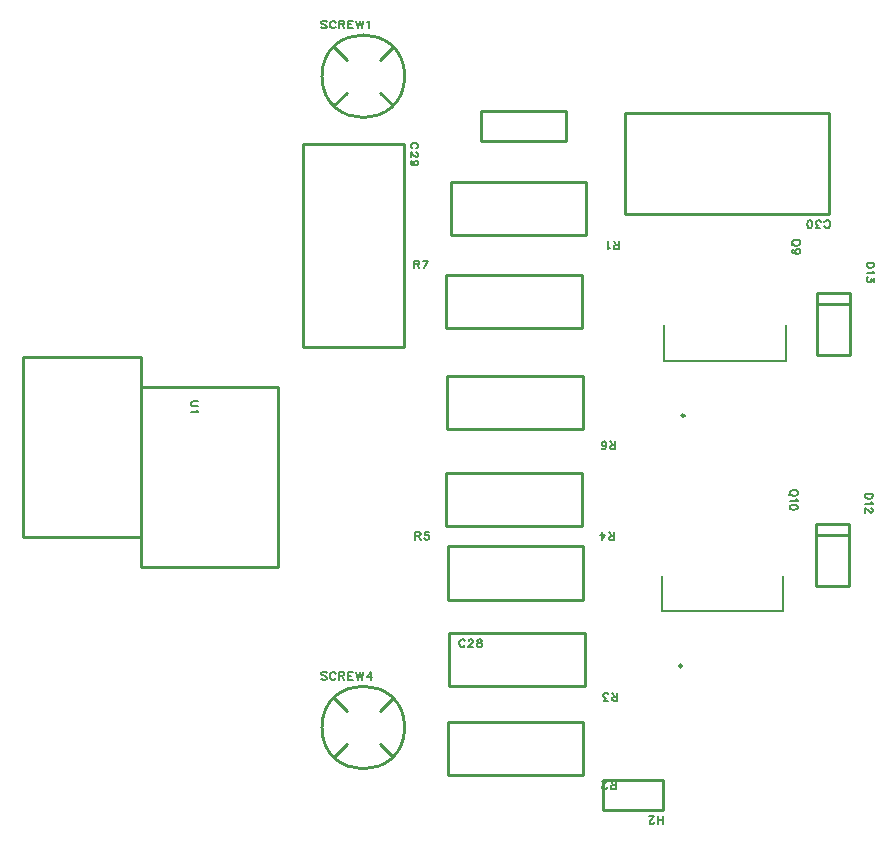
<source format=gto>
G04 Layer: TopSilkscreenLayer*
G04 EasyEDA Pro v2.1.64.d1969c9c.217bcf, 2024-09-27 00:26:44*
G04 Gerber Generator version 0.3*
G04 Scale: 100 percent, Rotated: No, Reflected: No*
G04 Dimensions in millimeters*
G04 Leading zeros omitted, absolute positions, 3 integers and 5 decimals*
%FSLAX35Y35*%
%MOMM*%
%ADD10C,0.1524*%
%ADD11C,0.254*%
G75*


G04 Text Start*
G54D10*
G01X7519756Y3247880D02*
G01X7454732Y3247880D01*
G01X7519756Y3247880D02*
G01X7519756Y3226290D01*
G01X7516708Y3216892D01*
G01X7510612Y3210796D01*
G01X7504262Y3207748D01*
G01X7495118Y3204446D01*
G01X7479624D01*
G01X7470226Y3207748D01*
G01X7464130Y3210796D01*
G01X7457780Y3216892D01*
G01X7454732Y3226290D01*
G01Y3247880D01*
G01X7507310Y3174220D02*
G01X7510612Y3168124D01*
G01X7519756Y3158980D01*
G01X7454732D01*
G01X7504262Y3125706D02*
G01X7507310Y3125706D01*
G01X7513660Y3122658D01*
G01X7516708Y3119610D01*
G01X7519756Y3113514D01*
G01Y3101068D01*
G01X7516708Y3094718D01*
G01X7513660Y3091670D01*
G01X7507310Y3088622D01*
G01X7501214D01*
G01X7495118Y3091670D01*
G01X7485720Y3098020D01*
G01X7454732Y3128754D01*
G01Y3085574D01*
G01X5343185Y747565D02*
G01X5343185Y812589D01*
G01X5343185Y747565D02*
G01X5315245Y747565D01*
G01X5306101Y750613D01*
G01X5303053Y753661D01*
G01X5299751Y760011D01*
G01Y766107D01*
G01X5303053Y772203D01*
G01X5306101Y775251D01*
G01X5315245Y778553D01*
G01X5343185D01*
G01X5321595Y778553D02*
G01X5299751Y812589D01*
G01X5266477Y763059D02*
G01X5266477Y760011D01*
G01X5263429Y753661D01*
G01X5260381Y750613D01*
G01X5254285Y747565D01*
G01X5241839D01*
G01X5235489Y750613D01*
G01X5232441Y753661D01*
G01X5229393Y760011D01*
G01Y766107D01*
G01X5232441Y772203D01*
G01X5238791Y781601D01*
G01X5269525Y812589D01*
G01X5226345D01*
G01X5355885Y1496865D02*
G01X5355885Y1561889D01*
G01X5355885Y1496865D02*
G01X5327945Y1496865D01*
G01X5318801Y1499913D01*
G01X5315753Y1502961D01*
G01X5312451Y1509311D01*
G01Y1515407D01*
G01X5315753Y1521503D01*
G01X5318801Y1524551D01*
G01X5327945Y1527853D01*
G01X5355885D01*
G01X5334295Y1527853D02*
G01X5312451Y1561889D01*
G01X5276129Y1496865D02*
G01X5242093Y1496865D01*
G01X5260635Y1521503D01*
G01X5251491D01*
G01X5245141Y1524551D01*
G01X5242093Y1527853D01*
G01X5239045Y1536997D01*
G01Y1543347D01*
G01X5242093Y1552491D01*
G01X5248189Y1558841D01*
G01X5257587Y1561889D01*
G01X5266985D01*
G01X5276129Y1558841D01*
G01X5279177Y1555539D01*
G01X5282225Y1549443D01*
G01X5330485Y2855765D02*
G01X5330485Y2920789D01*
G01X5330485Y2855765D02*
G01X5302545Y2855765D01*
G01X5293401Y2858813D01*
G01X5290353Y2861861D01*
G01X5287051Y2868211D01*
G01Y2874307D01*
G01X5290353Y2880403D01*
G01X5293401Y2883451D01*
G01X5302545Y2886753D01*
G01X5330485D01*
G01X5308895Y2886753D02*
G01X5287051Y2920789D01*
G01X5226091Y2855765D02*
G01X5256825Y2898945D01*
G01X5210597D01*
G01X5226091Y2855765D02*
G01X5226091Y2920789D01*
G01X3648415Y2922735D02*
G01X3648415Y2857711D01*
G01X3648415Y2922735D02*
G01X3676355Y2922735D01*
G01X3685499Y2919687D01*
G01X3688547Y2916639D01*
G01X3691849Y2910289D01*
G01Y2904193D01*
G01X3688547Y2898097D01*
G01X3685499Y2895049D01*
G01X3676355Y2891747D01*
G01X3648415D01*
G01X3670005Y2891747D02*
G01X3691849Y2857711D01*
G01X3759159Y2922735D02*
G01X3728171Y2922735D01*
G01X3725123Y2895049D01*
G01X3728171Y2898097D01*
G01X3737315Y2901145D01*
G01X3746713D01*
G01X3756111Y2898097D01*
G01X3762207Y2891747D01*
G01X3765255Y2882603D01*
G01Y2876253D01*
G01X3762207Y2867109D01*
G01X3756111Y2860759D01*
G01X3746713Y2857711D01*
G01X3737315D01*
G01X3728171Y2860759D01*
G01X3725123Y2864061D01*
G01X3722075Y2870157D01*
G01X5339080Y3626866D02*
G01X5339080Y3691890D01*
G01X5339080Y3626866D02*
G01X5311140Y3626866D01*
G01X5301996Y3629914D01*
G01X5298948Y3632962D01*
G01X5295646Y3639312D01*
G01Y3645408D01*
G01X5298948Y3651504D01*
G01X5301996Y3654552D01*
G01X5311140Y3657854D01*
G01X5339080D01*
G01X5317490Y3657854D02*
G01X5295646Y3691890D01*
G01X5228336Y3636010D02*
G01X5231384Y3629914D01*
G01X5240782Y3626866D01*
G01X5246878D01*
G01X5256276Y3629914D01*
G01X5262372Y3639312D01*
G01X5265420Y3654552D01*
G01Y3670046D01*
G01X5262372Y3682492D01*
G01X5256276Y3688842D01*
G01X5246878Y3691890D01*
G01X5243830D01*
G01X5234686Y3688842D01*
G01X5228336Y3682492D01*
G01X5225288Y3673348D01*
G01Y3670046D01*
G01X5228336Y3660902D01*
G01X5234686Y3654552D01*
G01X5243830Y3651504D01*
G01X5246878D01*
G01X5256276Y3654552D01*
G01X5262372Y3660902D01*
G01X5265420Y3670046D01*
G01X3635715Y5221435D02*
G01X3635715Y5156411D01*
G01X3635715Y5221435D02*
G01X3663655Y5221435D01*
G01X3672799Y5218387D01*
G01X3675847Y5215339D01*
G01X3679149Y5208989D01*
G01Y5202893D01*
G01X3675847Y5196797D01*
G01X3672799Y5193749D01*
G01X3663655Y5190447D01*
G01X3635715D01*
G01X3657305Y5190447D02*
G01X3679149Y5156411D01*
G01X3752555Y5221435D02*
G01X3721567Y5156411D01*
G01X3709375Y5221435D02*
G01X3752555Y5221435D01*
G01X7111355Y5513517D02*
G01X7114403Y5507167D01*
G01X7120753Y5501071D01*
G01X7126849Y5498023D01*
G01X7139295D01*
G01X7145391Y5501071D01*
G01X7151741Y5507167D01*
G01X7154789Y5513517D01*
G01X7157837Y5522661D01*
G01Y5538155D01*
G01X7154789Y5547553D01*
G01X7151741Y5553649D01*
G01X7145391Y5559999D01*
G01X7139295Y5563047D01*
G01X7126849D01*
G01X7120753Y5559999D01*
G01X7114403Y5553649D01*
G01X7111355Y5547553D01*
G01X7075033Y5498023D02*
G01X7040997Y5498023D01*
G01X7059539Y5522661D01*
G01X7050395D01*
G01X7044045Y5525709D01*
G01X7040997Y5529011D01*
G01X7037949Y5538155D01*
G01Y5544505D01*
G01X7040997Y5553649D01*
G01X7047093Y5559999D01*
G01X7056491Y5563047D01*
G01X7065889D01*
G01X7075033Y5559999D01*
G01X7078081Y5556697D01*
G01X7081129Y5550601D01*
G01X6989181Y5498023D02*
G01X6998579Y5501071D01*
G01X7004675Y5510469D01*
G01X7007723Y5525709D01*
G01Y5535107D01*
G01X7004675Y5550601D01*
G01X6998579Y5559999D01*
G01X6989181Y5563047D01*
G01X6983085D01*
G01X6973687Y5559999D01*
G01X6967591Y5550601D01*
G01X6964543Y5535107D01*
G01Y5525709D01*
G01X6967591Y5510469D01*
G01X6973687Y5501071D01*
G01X6983085Y5498023D01*
G01X6989181D01*
G01X3655883Y6171555D02*
G01X3662233Y6174603D01*
G01X3668329Y6180953D01*
G01X3671377Y6187049D01*
G01Y6199495D01*
G01X3668329Y6205591D01*
G01X3662233Y6211941D01*
G01X3655883Y6214989D01*
G01X3646739Y6218037D01*
G01X3631245D01*
G01X3621847Y6214989D01*
G01X3615751Y6211941D01*
G01X3609401Y6205591D01*
G01X3606353Y6199495D01*
G01Y6187049D01*
G01X3609401Y6180953D01*
G01X3615751Y6174603D01*
G01X3621847Y6171555D01*
G01X3655883Y6138281D02*
G01X3658931Y6138281D01*
G01X3665281Y6135233D01*
G01X3668329Y6132185D01*
G01X3671377Y6126089D01*
G01Y6113643D01*
G01X3668329Y6107293D01*
G01X3665281Y6104245D01*
G01X3658931Y6101197D01*
G01X3652835D01*
G01X3646739Y6104245D01*
G01X3637341Y6110595D01*
G01X3606353Y6141329D01*
G01Y6098149D01*
G01X3649787Y6027791D02*
G01X3640389Y6030839D01*
G01X3634293Y6037189D01*
G01X3631245Y6046333D01*
G01Y6049381D01*
G01X3634293Y6058779D01*
G01X3640389Y6064875D01*
G01X3649787Y6067923D01*
G01X3652835D01*
G01X3662233Y6064875D01*
G01X3668329Y6058779D01*
G01X3671377Y6049381D01*
G01Y6046333D01*
G01X3668329Y6037189D01*
G01X3662233Y6030839D01*
G01X3649787Y6027791D01*
G01X3634293D01*
G01X3618799Y6030839D01*
G01X3609401Y6037189D01*
G01X3606353Y6046333D01*
G01Y6052683D01*
G01X3609401Y6061827D01*
G01X3615751Y6064875D01*
G01X4066073Y2000039D02*
G01X4063025Y2006389D01*
G01X4056675Y2012485D01*
G01X4050579Y2015533D01*
G01X4038133D01*
G01X4032037Y2012485D01*
G01X4025687Y2006389D01*
G01X4022639Y2000039D01*
G01X4019591Y1990895D01*
G01Y1975401D01*
G01X4022639Y1966003D01*
G01X4025687Y1959907D01*
G01X4032037Y1953557D01*
G01X4038133Y1950509D01*
G01X4050579D01*
G01X4056675Y1953557D01*
G01X4063025Y1959907D01*
G01X4066073Y1966003D01*
G01X4099347Y2000039D02*
G01X4099347Y2003087D01*
G01X4102395Y2009437D01*
G01X4105443Y2012485D01*
G01X4111539Y2015533D01*
G01X4123985D01*
G01X4130335Y2012485D01*
G01X4133383Y2009437D01*
G01X4136431Y2003087D01*
G01Y1996991D01*
G01X4133383Y1990895D01*
G01X4127033Y1981497D01*
G01X4096299Y1950509D01*
G01X4139479D01*
G01X4184945Y2015533D02*
G01X4175801Y2012485D01*
G01X4172753Y2006389D01*
G01Y2000039D01*
G01X4175801Y1993943D01*
G01X4181897Y1990895D01*
G01X4194343Y1987847D01*
G01X4203741Y1984545D01*
G01X4209837Y1978449D01*
G01X4212885Y1972353D01*
G01Y1962955D01*
G01X4209837Y1956859D01*
G01X4206789Y1953557D01*
G01X4197391Y1950509D01*
G01X4184945D01*
G01X4175801Y1953557D01*
G01X4172753Y1956859D01*
G01X4169705Y1962955D01*
G01Y1972353D01*
G01X4172753Y1978449D01*
G01X4178849Y1984545D01*
G01X4188247Y1987847D01*
G01X4200439Y1990895D01*
G01X4206789Y1993943D01*
G01X4209837Y2000039D01*
G01Y2006389D01*
G01X4206789Y2012485D01*
G01X4197391Y2015533D01*
G01X4184945D01*
G01X6904479Y5380444D02*
G01X6901431Y5386540D01*
G01X6895335Y5392890D01*
G01X6888985Y5395938D01*
G01X6879841Y5398986D01*
G01X6864347D01*
G01X6854949Y5395938D01*
G01X6848853Y5392890D01*
G01X6842503Y5386540D01*
G01X6839455Y5380444D01*
G01Y5367998D01*
G01X6842503Y5361902D01*
G01X6848853Y5355552D01*
G01X6854949Y5352504D01*
G01X6864347Y5349456D01*
G01X6879841D01*
G01X6888985Y5352504D01*
G01X6895335Y5355552D01*
G01X6901431Y5361902D01*
G01X6904479Y5367998D01*
G01Y5380444D01*
G01X6851901Y5371046D02*
G01X6833359Y5352504D01*
G01X6882889Y5279098D02*
G01X6873491Y5282146D01*
G01X6867395Y5288496D01*
G01X6864347Y5297640D01*
G01Y5300688D01*
G01X6867395Y5310086D01*
G01X6873491Y5316182D01*
G01X6882889Y5319230D01*
G01X6885937D01*
G01X6895335Y5316182D01*
G01X6901431Y5310086D01*
G01X6904479Y5300688D01*
G01Y5297640D01*
G01X6901431Y5288496D01*
G01X6895335Y5282146D01*
G01X6882889Y5279098D01*
G01X6867395D01*
G01X6851901Y5282146D01*
G01X6842503Y5288496D01*
G01X6839455Y5297640D01*
G01Y5303990D01*
G01X6842503Y5313134D01*
G01X6848853Y5316182D01*
G01X7532456Y5203680D02*
G01X7467432Y5203680D01*
G01X7532456Y5203680D02*
G01X7532456Y5182090D01*
G01X7529408Y5172692D01*
G01X7523312Y5166596D01*
G01X7516962Y5163548D01*
G01X7507818Y5160246D01*
G01X7492324D01*
G01X7482926Y5163548D01*
G01X7476830Y5166596D01*
G01X7470480Y5172692D01*
G01X7467432Y5182090D01*
G01Y5203680D01*
G01X7520010Y5130020D02*
G01X7523312Y5123924D01*
G01X7532456Y5114780D01*
G01X7467432D01*
G01X7532456Y5078458D02*
G01X7532456Y5044422D01*
G01X7507818Y5062964D01*
G01Y5053820D01*
G01X7504770Y5047470D01*
G01X7501468Y5044422D01*
G01X7492324Y5041374D01*
G01X7485974D01*
G01X7476830Y5044422D01*
G01X7470480Y5050518D01*
G01X7467432Y5059916D01*
G01Y5069314D01*
G01X7470480Y5078458D01*
G01X7473782Y5081506D01*
G01X7479878Y5084554D01*
G01X6883662Y3261744D02*
G01X6880614Y3267840D01*
G01X6874518Y3274190D01*
G01X6868168Y3277238D01*
G01X6859024Y3280286D01*
G01X6843530D01*
G01X6834132Y3277238D01*
G01X6828036Y3274190D01*
G01X6821686Y3267840D01*
G01X6818638Y3261744D01*
G01Y3249298D01*
G01X6821686Y3243202D01*
G01X6828036Y3236852D01*
G01X6834132Y3233804D01*
G01X6843530Y3230756D01*
G01X6859024D01*
G01X6868168Y3233804D01*
G01X6874518Y3236852D01*
G01X6880614Y3243202D01*
G01X6883662Y3249298D01*
G01Y3261744D01*
G01X6831084Y3252346D02*
G01X6812542Y3233804D01*
G01X6871216Y3200530D02*
G01X6874518Y3194434D01*
G01X6883662Y3185290D01*
G01X6818638D01*
G01X6883662Y3136522D02*
G01X6880614Y3145920D01*
G01X6871216Y3152016D01*
G01X6855976Y3155064D01*
G01X6846578D01*
G01X6831084Y3152016D01*
G01X6821686Y3145920D01*
G01X6818638Y3136522D01*
G01Y3130426D01*
G01X6821686Y3121028D01*
G01X6831084Y3114932D01*
G01X6846578Y3111884D01*
G01X6855976D01*
G01X6871216Y3114932D01*
G01X6880614Y3121028D01*
G01X6883662Y3130426D01*
G01Y3136522D01*
G01X2895054Y7243191D02*
G01X2888704Y7249287D01*
G01X2879560Y7252335D01*
G01X2867114D01*
G01X2857716Y7249287D01*
G01X2851620Y7243191D01*
G01Y7236841D01*
G01X2854668Y7230745D01*
G01X2857716Y7227697D01*
G01X2864066Y7224649D01*
G01X2882608Y7218299D01*
G01X2888704Y7215251D01*
G01X2891752Y7212203D01*
G01X2895054Y7205853D01*
G01Y7196709D01*
G01X2888704Y7190359D01*
G01X2879560Y7187311D01*
G01X2867114D01*
G01X2857716Y7190359D01*
G01X2851620Y7196709D01*
G01X2971508Y7236841D02*
G01X2968460Y7243191D01*
G01X2962364Y7249287D01*
G01X2956014Y7252335D01*
G01X2943822D01*
G01X2937472Y7249287D01*
G01X2931376Y7243191D01*
G01X2928328Y7236841D01*
G01X2925280Y7227697D01*
G01Y7212203D01*
G01X2928328Y7202805D01*
G01X2931376Y7196709D01*
G01X2937472Y7190359D01*
G01X2943822Y7187311D01*
G01X2956014D01*
G01X2962364Y7190359D01*
G01X2968460Y7196709D01*
G01X2971508Y7202805D01*
G01X3001734Y7252335D02*
G01X3001734Y7187311D01*
G01X3001734Y7252335D02*
G01X3029420Y7252335D01*
G01X3038818Y7249287D01*
G01X3041866Y7246239D01*
G01X3044914Y7239889D01*
G01Y7233793D01*
G01X3041866Y7227697D01*
G01X3038818Y7224649D01*
G01X3029420Y7221347D01*
G01X3001734D01*
G01X3023324Y7221347D02*
G01X3044914Y7187311D01*
G01X3075140Y7252335D02*
G01X3075140Y7187311D01*
G01X3075140Y7252335D02*
G01X3115272Y7252335D01*
G01X3075140Y7221347D02*
G01X3099778Y7221347D01*
G01X3075140Y7187311D02*
G01X3115272Y7187311D01*
G01X3145498Y7252335D02*
G01X3160738Y7187311D01*
G01X3176232Y7252335D02*
G01X3160738Y7187311D01*
G01X3176232Y7252335D02*
G01X3191726Y7187311D01*
G01X3207220Y7252335D02*
G01X3191726Y7187311D01*
G01X3237446Y7239889D02*
G01X3243542Y7243191D01*
G01X3252686Y7252335D01*
G01Y7187311D01*
G01X2895054Y1729219D02*
G01X2888704Y1735315D01*
G01X2879560Y1738363D01*
G01X2867114D01*
G01X2857716Y1735315D01*
G01X2851620Y1729219D01*
G01Y1722869D01*
G01X2854668Y1716773D01*
G01X2857716Y1713725D01*
G01X2864066Y1710677D01*
G01X2882608Y1704327D01*
G01X2888704Y1701279D01*
G01X2891752Y1698231D01*
G01X2895054Y1691881D01*
G01Y1682737D01*
G01X2888704Y1676387D01*
G01X2879560Y1673339D01*
G01X2867114D01*
G01X2857716Y1676387D01*
G01X2851620Y1682737D01*
G01X2971508Y1722869D02*
G01X2968460Y1729219D01*
G01X2962364Y1735315D01*
G01X2956014Y1738363D01*
G01X2943822D01*
G01X2937472Y1735315D01*
G01X2931376Y1729219D01*
G01X2928328Y1722869D01*
G01X2925280Y1713725D01*
G01Y1698231D01*
G01X2928328Y1688833D01*
G01X2931376Y1682737D01*
G01X2937472Y1676387D01*
G01X2943822Y1673339D01*
G01X2956014D01*
G01X2962364Y1676387D01*
G01X2968460Y1682737D01*
G01X2971508Y1688833D01*
G01X3001734Y1738363D02*
G01X3001734Y1673339D01*
G01X3001734Y1738363D02*
G01X3029420Y1738363D01*
G01X3038818Y1735315D01*
G01X3041866Y1732267D01*
G01X3044914Y1725917D01*
G01Y1719821D01*
G01X3041866Y1713725D01*
G01X3038818Y1710677D01*
G01X3029420Y1707375D01*
G01X3001734D01*
G01X3023324Y1707375D02*
G01X3044914Y1673339D01*
G01X3075140Y1738363D02*
G01X3075140Y1673339D01*
G01X3075140Y1738363D02*
G01X3115272Y1738363D01*
G01X3075140Y1707375D02*
G01X3099778Y1707375D01*
G01X3075140Y1673339D02*
G01X3115272Y1673339D01*
G01X3145498Y1738363D02*
G01X3160738Y1673339D01*
G01X3176232Y1738363D02*
G01X3160738Y1673339D01*
G01X3176232Y1738363D02*
G01X3191726Y1673339D01*
G01X3207220Y1738363D02*
G01X3191726Y1673339D01*
G01X3268180Y1738363D02*
G01X3237446Y1695183D01*
G01X3283674D01*
G01X3268180Y1738363D02*
G01X3268180Y1673339D01*
G01X5745480Y451866D02*
G01X5745480Y516890D01*
G01X5702046Y451866D02*
G01X5702046Y516890D01*
G01X5745480Y482854D02*
G01X5702046Y482854D01*
G01X5668772Y467360D02*
G01X5668772Y464312D01*
G01X5665724Y457962D01*
G01X5662676Y454914D01*
G01X5656580Y451866D01*
G01X5644134D01*
G01X5637784Y454914D01*
G01X5634736Y457962D01*
G01X5631688Y464312D01*
G01Y470408D01*
G01X5634736Y476504D01*
G01X5641086Y485902D01*
G01X5671820Y516890D01*
G01X5628640D01*
G01X5368585Y5319565D02*
G01X5368585Y5384589D01*
G01X5368585Y5319565D02*
G01X5340645Y5319565D01*
G01X5331501Y5322613D01*
G01X5328453Y5325661D01*
G01X5325151Y5332011D01*
G01Y5338107D01*
G01X5328453Y5344203D01*
G01X5331501Y5347251D01*
G01X5340645Y5350553D01*
G01X5368585D01*
G01X5346995Y5350553D02*
G01X5325151Y5384589D01*
G01X5294925Y5332011D02*
G01X5288829Y5328709D01*
G01X5279685Y5319565D01*
G01Y5384589D01*
G01X1808734Y4030980D02*
G01X1762252Y4030980D01*
G01X1753108Y4027932D01*
G01X1746758Y4021582D01*
G01X1743710Y4012438D01*
G01Y4006088D01*
G01X1746758Y3996944D01*
G01X1753108Y3990848D01*
G01X1762252Y3987546D01*
G01X1808734D01*
G01X1796288Y3957320D02*
G01X1799590Y3951224D01*
G01X1808734Y3942080D01*
G01X1743710D01*
G04 Text End*

G04 PolygonModel Start*
G54D11*
G01X7315500Y2990499D02*
G01X7315500Y2470501D01*
G01X7315500Y2470501D02*
G01X7035500Y2470501D01*
G01X7035500Y2990499D02*
G01X7035500Y2470501D01*
G01X7315500Y2990499D02*
G01X7035500Y2990499D01*
G01X7315500Y2894574D02*
G01X7035500Y2894574D01*
G01X7328200Y4946299D02*
G01X7328200Y4426301D01*
G01X7328200Y4426301D02*
G01X7048200Y4426301D01*
G01X7048200Y4946299D02*
G01X7048200Y4426301D01*
G01X7328200Y4946299D02*
G01X7048200Y4946299D01*
G01X7328200Y4850374D02*
G01X7048200Y4850374D01*
G54D10*
G01X5753598Y4673313D02*
G01X5753598Y4370931D01*
G01X6784838Y4673313D02*
G01X6784838Y4370931D01*
G01X5753598Y4370931D02*
G01X6784838Y4370931D01*
G01X5732780Y2554613D02*
G01X5732780Y2252231D01*
G01X6764020Y2554613D02*
G01X6764020Y2252231D01*
G01X5732780Y2252231D02*
G01X6764020Y2252231D01*
G54D11*
G01X5070800Y1317201D02*
G01X5070800Y867199D01*
G01X5070800Y867199D02*
G01X3920800Y867199D01*
G01X3920800Y867199D02*
G01X3920800Y1317201D01*
G01X3921760Y1318260D02*
G01X5069840Y1318260D01*
G01X5083500Y2066501D02*
G01X5083500Y1616499D01*
G01X5083500Y1616499D02*
G01X3933500Y1616499D01*
G01X3933500Y1616499D02*
G01X3933500Y2066501D01*
G01X3934460Y2067560D02*
G01X5082540Y2067560D01*
G01X5058100Y3425401D02*
G01X5058100Y2975399D01*
G01X5058100Y2975399D02*
G01X3908100Y2975399D01*
G01X3908100Y2975399D02*
G01X3908100Y3425401D01*
G01X3909060Y3426460D02*
G01X5057140Y3426460D01*
G01X3920800Y2353099D02*
G01X3920800Y2803101D01*
G01X3920800Y2803101D02*
G01X5070800Y2803101D01*
G01X5070800Y2803101D02*
G01X5070800Y2353099D01*
G01X5069840Y2352040D02*
G01X3921760Y2352040D01*
G01X5067630Y4245300D02*
G01X5067630Y3795298D01*
G01X5067630Y3795298D02*
G01X3917630Y3795298D01*
G01X3917630Y3795298D02*
G01X3917630Y4245300D01*
G01X3918590Y4246359D02*
G01X5066670Y4246359D01*
G01X3908100Y4651799D02*
G01X3908100Y5101801D01*
G01X3908100Y5101801D02*
G01X5058100Y5101801D01*
G01X5058100Y5101801D02*
G01X5058100Y4651799D01*
G01X5057140Y4650740D02*
G01X3909060Y4650740D01*
G01X4919299Y6487701D02*
G01X4919299Y6237702D01*
G01X4919299Y6487701D02*
G01X4199301Y6487701D01*
G01X4919299Y6237702D02*
G01X4199301Y6237702D01*
G01X4199301Y6237702D02*
G01X4199301Y6487701D01*
G01X3549203Y6206701D02*
G01X3549203Y4486697D01*
G01X3549203Y4486697D02*
G01X2699200Y4486697D01*
G01X2699197Y6206703D02*
G01X3549200Y6206703D01*
G01X2699197Y4486697D02*
G01X2699200Y6206703D01*
G01X7146501Y5620197D02*
G01X5426497Y5620197D01*
G01X5426497Y5620197D02*
G01X5426497Y6470200D01*
G01X7146503Y6470203D02*
G01X7146503Y5620200D01*
G01X5426497Y6470203D02*
G01X7146503Y6470200D01*
G01X5096200Y5889201D02*
G01X5096200Y5439199D01*
G01X5096200Y5439199D02*
G01X3946200Y5439199D01*
G01X3946200Y5439199D02*
G01X3946200Y5889201D01*
G01X3947160Y5890260D02*
G01X5095240Y5890260D01*
G01X2959316Y7030085D02*
G01X3067012Y6922389D01*
G01X3346412Y6642989D02*
G01X3454108Y6535293D01*
G01X3454108Y7030085D02*
G01X3346412Y6922389D01*
G01X3067012Y6642989D02*
G01X2959316Y6535293D01*
G01X2959316Y1516113D02*
G01X3067012Y1408417D01*
G01X3346412Y1129017D02*
G01X3454108Y1021321D01*
G01X3454108Y1516113D02*
G01X3346412Y1408417D01*
G01X3067012Y1129017D02*
G01X2959316Y1021321D01*
G01X2484100Y4152900D02*
G01X2484100Y2628900D01*
G01X324101Y4406900D02*
G01X1324105Y4406900D01*
G01X324101Y4406900D02*
G01X324101Y2882900D01*
G01X2484100Y2628900D02*
G01X1324105Y2628900D01*
G01X1324105Y2882900D02*
G01X1324105Y4152900D01*
G01X1324105Y2882900D02*
G01X1324105Y2628900D01*
G01X324101Y2882900D02*
G01X1324105Y2882900D01*
G01X1324105Y4406900D02*
G01X1324105Y4152900D01*
G01X1324105Y4152900D02*
G01X2484100Y4152900D01*
G04 PolygonModel End*

G04 Rect Start*
G01X5740400Y571500D02*
G01X5740400Y825500D01*
G01X5232400D01*
G01Y571500D01*
G01X5740400D01*
G04 Rect End*

G04 Circle Start*
G01X5900925Y3909405D02*
G03X5926325Y3909405I12700J0D01*
G03X5900925I-12700J0D01*
G01X5880108Y1790705D02*
G03X5905508Y1790705I12700J0D01*
G03X5880108I-12700J0D01*
G01X2856700Y6782689D02*
G03X3556724Y6782689I350012J0D01*
G03X2856700I-350012J0D01*
G01X2856700Y1268717D02*
G03X3556724Y1268717I350012J0D01*
G03X2856700I-350012J0D01*
G04 Circle End*

M02*

</source>
